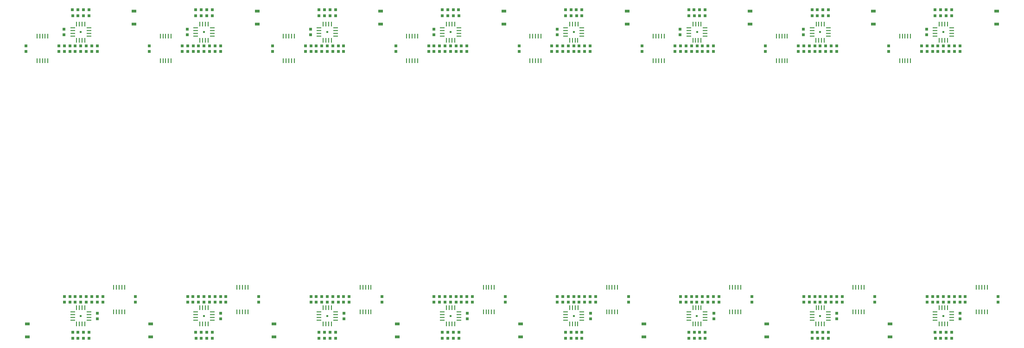
<source format=gbp>
G04 EAGLE Gerber RS-274X export*
G75*
%MOMM*%
%FSLAX34Y34*%
%LPD*%
%INSolderpaste Bottom*%
%IPPOS*%
%AMOC8*
5,1,8,0,0,1.08239X$1,22.5*%
G01*
%ADD10R,0.600000X0.600000*%
%ADD11R,0.250000X0.875000*%
%ADD12R,0.400000X0.400000*%
%ADD13R,0.240000X0.850000*%
%ADD14R,0.850000X0.240000*%
%ADD15R,0.830000X0.630000*%


D10*
X210000Y125000D03*
X210000Y115000D03*
X150000Y125000D03*
X150000Y115000D03*
D11*
X190000Y97375D03*
X185000Y97375D03*
X180000Y97375D03*
X175000Y97375D03*
X170000Y97375D03*
X170000Y142625D03*
X175000Y142625D03*
X180000Y142625D03*
X185000Y142625D03*
X190000Y142625D03*
D10*
X130000Y115000D03*
X130000Y125000D03*
X120000Y125000D03*
X120000Y115000D03*
X110000Y125000D03*
X110000Y115000D03*
X100000Y125000D03*
X100000Y115000D03*
X140000Y115000D03*
X140000Y125000D03*
X80000Y125000D03*
X80000Y115000D03*
X90000Y125000D03*
X90000Y115000D03*
X105100Y49500D03*
X95100Y49500D03*
X125100Y49500D03*
X115100Y49500D03*
X105000Y60000D03*
X95000Y60000D03*
X125000Y60000D03*
X115000Y60000D03*
D12*
X110000Y90000D03*
D13*
X117550Y105000D03*
X112550Y105000D03*
X107550Y105000D03*
X102550Y105000D03*
D14*
X125000Y82450D03*
X125000Y87450D03*
X125000Y92450D03*
X125000Y97450D03*
D13*
X102450Y75000D03*
X107450Y75000D03*
X112450Y75000D03*
X117450Y75000D03*
D14*
X95000Y82450D03*
X95000Y87450D03*
X95000Y92450D03*
X95000Y97450D03*
D10*
X140500Y95000D03*
X140500Y85000D03*
D15*
X12700Y75000D03*
X12700Y52000D03*
D10*
X435069Y125000D03*
X435069Y115000D03*
X375069Y125000D03*
X375069Y115000D03*
D11*
X415069Y97375D03*
X410069Y97375D03*
X405069Y97375D03*
X400069Y97375D03*
X395069Y97375D03*
X395069Y142625D03*
X400069Y142625D03*
X405069Y142625D03*
X410069Y142625D03*
X415069Y142625D03*
D10*
X355069Y115000D03*
X355069Y125000D03*
X345069Y125000D03*
X345069Y115000D03*
X335069Y125000D03*
X335069Y115000D03*
X325069Y125000D03*
X325069Y115000D03*
X365069Y115000D03*
X365069Y125000D03*
X305069Y125000D03*
X305069Y115000D03*
X315069Y125000D03*
X315069Y115000D03*
X330169Y49500D03*
X320169Y49500D03*
X350169Y49500D03*
X340169Y49500D03*
X330069Y60000D03*
X320069Y60000D03*
X350069Y60000D03*
X340069Y60000D03*
D12*
X335069Y90000D03*
D13*
X342619Y105000D03*
X337619Y105000D03*
X332619Y105000D03*
X327619Y105000D03*
D14*
X350069Y82450D03*
X350069Y87450D03*
X350069Y92450D03*
X350069Y97450D03*
D13*
X327519Y75000D03*
X332519Y75000D03*
X337519Y75000D03*
X342519Y75000D03*
D14*
X320069Y82450D03*
X320069Y87450D03*
X320069Y92450D03*
X320069Y97450D03*
D10*
X365569Y95000D03*
X365569Y85000D03*
D15*
X237769Y75000D03*
X237769Y52000D03*
D10*
X660164Y125000D03*
X660164Y115000D03*
X600164Y125000D03*
X600164Y115000D03*
D11*
X640164Y97375D03*
X635164Y97375D03*
X630164Y97375D03*
X625164Y97375D03*
X620164Y97375D03*
X620164Y142625D03*
X625164Y142625D03*
X630164Y142625D03*
X635164Y142625D03*
X640164Y142625D03*
D10*
X580164Y115000D03*
X580164Y125000D03*
X570164Y125000D03*
X570164Y115000D03*
X560164Y125000D03*
X560164Y115000D03*
X550164Y125000D03*
X550164Y115000D03*
X590164Y115000D03*
X590164Y125000D03*
X530164Y125000D03*
X530164Y115000D03*
X540164Y125000D03*
X540164Y115000D03*
X555264Y49500D03*
X545264Y49500D03*
X575264Y49500D03*
X565264Y49500D03*
X555164Y60000D03*
X545164Y60000D03*
X575164Y60000D03*
X565164Y60000D03*
D12*
X560164Y90000D03*
D13*
X567714Y105000D03*
X562714Y105000D03*
X557714Y105000D03*
X552714Y105000D03*
D14*
X575164Y82450D03*
X575164Y87450D03*
X575164Y92450D03*
X575164Y97450D03*
D13*
X552614Y75000D03*
X557614Y75000D03*
X562614Y75000D03*
X567614Y75000D03*
D14*
X545164Y82450D03*
X545164Y87450D03*
X545164Y92450D03*
X545164Y97450D03*
D10*
X590664Y95000D03*
X590664Y85000D03*
D15*
X462864Y75000D03*
X462864Y52000D03*
D10*
X885234Y125000D03*
X885234Y115000D03*
X825234Y125000D03*
X825234Y115000D03*
D11*
X865234Y97375D03*
X860234Y97375D03*
X855234Y97375D03*
X850234Y97375D03*
X845234Y97375D03*
X845234Y142625D03*
X850234Y142625D03*
X855234Y142625D03*
X860234Y142625D03*
X865234Y142625D03*
D10*
X805234Y115000D03*
X805234Y125000D03*
X795234Y125000D03*
X795234Y115000D03*
X785234Y125000D03*
X785234Y115000D03*
X775234Y125000D03*
X775234Y115000D03*
X815234Y115000D03*
X815234Y125000D03*
X755234Y125000D03*
X755234Y115000D03*
X765234Y125000D03*
X765234Y115000D03*
X780334Y49500D03*
X770334Y49500D03*
X800334Y49500D03*
X790334Y49500D03*
X780234Y60000D03*
X770234Y60000D03*
X800234Y60000D03*
X790234Y60000D03*
D12*
X785234Y90000D03*
D13*
X792784Y105000D03*
X787784Y105000D03*
X782784Y105000D03*
X777784Y105000D03*
D14*
X800234Y82450D03*
X800234Y87450D03*
X800234Y92450D03*
X800234Y97450D03*
D13*
X777684Y75000D03*
X782684Y75000D03*
X787684Y75000D03*
X792684Y75000D03*
D14*
X770234Y82450D03*
X770234Y87450D03*
X770234Y92450D03*
X770234Y97450D03*
D10*
X815734Y95000D03*
X815734Y85000D03*
D15*
X687934Y75000D03*
X687934Y52000D03*
D10*
X1110328Y125000D03*
X1110328Y115000D03*
X1050328Y125000D03*
X1050328Y115000D03*
D11*
X1090328Y97375D03*
X1085328Y97375D03*
X1080328Y97375D03*
X1075328Y97375D03*
X1070328Y97375D03*
X1070328Y142625D03*
X1075328Y142625D03*
X1080328Y142625D03*
X1085328Y142625D03*
X1090328Y142625D03*
D10*
X1030328Y115000D03*
X1030328Y125000D03*
X1020328Y125000D03*
X1020328Y115000D03*
X1010328Y125000D03*
X1010328Y115000D03*
X1000328Y125000D03*
X1000328Y115000D03*
X1040328Y115000D03*
X1040328Y125000D03*
X980328Y125000D03*
X980328Y115000D03*
X990328Y125000D03*
X990328Y115000D03*
X1005428Y49500D03*
X995428Y49500D03*
X1025428Y49500D03*
X1015428Y49500D03*
X1005328Y60000D03*
X995328Y60000D03*
X1025328Y60000D03*
X1015328Y60000D03*
D12*
X1010328Y90000D03*
D13*
X1017878Y105000D03*
X1012878Y105000D03*
X1007878Y105000D03*
X1002878Y105000D03*
D14*
X1025328Y82450D03*
X1025328Y87450D03*
X1025328Y92450D03*
X1025328Y97450D03*
D13*
X1002778Y75000D03*
X1007778Y75000D03*
X1012778Y75000D03*
X1017778Y75000D03*
D14*
X995328Y82450D03*
X995328Y87450D03*
X995328Y92450D03*
X995328Y97450D03*
D10*
X1040828Y95000D03*
X1040828Y85000D03*
D15*
X913028Y75000D03*
X913028Y52000D03*
D10*
X1335398Y125000D03*
X1335398Y115000D03*
X1275398Y125000D03*
X1275398Y115000D03*
D11*
X1315398Y97375D03*
X1310398Y97375D03*
X1305398Y97375D03*
X1300398Y97375D03*
X1295398Y97375D03*
X1295398Y142625D03*
X1300398Y142625D03*
X1305398Y142625D03*
X1310398Y142625D03*
X1315398Y142625D03*
D10*
X1255398Y115000D03*
X1255398Y125000D03*
X1245398Y125000D03*
X1245398Y115000D03*
X1235398Y125000D03*
X1235398Y115000D03*
X1225398Y125000D03*
X1225398Y115000D03*
X1265398Y115000D03*
X1265398Y125000D03*
X1205398Y125000D03*
X1205398Y115000D03*
X1215398Y125000D03*
X1215398Y115000D03*
X1230498Y49500D03*
X1220498Y49500D03*
X1250498Y49500D03*
X1240498Y49500D03*
X1230398Y60000D03*
X1220398Y60000D03*
X1250398Y60000D03*
X1240398Y60000D03*
D12*
X1235398Y90000D03*
D13*
X1242948Y105000D03*
X1237948Y105000D03*
X1232948Y105000D03*
X1227948Y105000D03*
D14*
X1250398Y82450D03*
X1250398Y87450D03*
X1250398Y92450D03*
X1250398Y97450D03*
D13*
X1227848Y75000D03*
X1232848Y75000D03*
X1237848Y75000D03*
X1242848Y75000D03*
D14*
X1220398Y82450D03*
X1220398Y87450D03*
X1220398Y92450D03*
X1220398Y97450D03*
D10*
X1265898Y95000D03*
X1265898Y85000D03*
D15*
X1138098Y75000D03*
X1138098Y52000D03*
D10*
X1560493Y125000D03*
X1560493Y115000D03*
X1500493Y125000D03*
X1500493Y115000D03*
D11*
X1540493Y97375D03*
X1535493Y97375D03*
X1530493Y97375D03*
X1525493Y97375D03*
X1520493Y97375D03*
X1520493Y142625D03*
X1525493Y142625D03*
X1530493Y142625D03*
X1535493Y142625D03*
X1540493Y142625D03*
D10*
X1480493Y115000D03*
X1480493Y125000D03*
X1470493Y125000D03*
X1470493Y115000D03*
X1460493Y125000D03*
X1460493Y115000D03*
X1450493Y125000D03*
X1450493Y115000D03*
X1490493Y115000D03*
X1490493Y125000D03*
X1430493Y125000D03*
X1430493Y115000D03*
X1440493Y125000D03*
X1440493Y115000D03*
X1455593Y49500D03*
X1445593Y49500D03*
X1475593Y49500D03*
X1465593Y49500D03*
X1455493Y60000D03*
X1445493Y60000D03*
X1475493Y60000D03*
X1465493Y60000D03*
D12*
X1460493Y90000D03*
D13*
X1468043Y105000D03*
X1463043Y105000D03*
X1458043Y105000D03*
X1453043Y105000D03*
D14*
X1475493Y82450D03*
X1475493Y87450D03*
X1475493Y92450D03*
X1475493Y97450D03*
D13*
X1452943Y75000D03*
X1457943Y75000D03*
X1462943Y75000D03*
X1467943Y75000D03*
D14*
X1445493Y82450D03*
X1445493Y87450D03*
X1445493Y92450D03*
X1445493Y97450D03*
D10*
X1490993Y95000D03*
X1490993Y85000D03*
D15*
X1363193Y75000D03*
X1363193Y52000D03*
D10*
X1785562Y125000D03*
X1785562Y115000D03*
X1725562Y125000D03*
X1725562Y115000D03*
D11*
X1765562Y97375D03*
X1760562Y97375D03*
X1755562Y97375D03*
X1750562Y97375D03*
X1745562Y97375D03*
X1745562Y142625D03*
X1750562Y142625D03*
X1755562Y142625D03*
X1760562Y142625D03*
X1765562Y142625D03*
D10*
X1705562Y115000D03*
X1705562Y125000D03*
X1695562Y125000D03*
X1695562Y115000D03*
X1685562Y125000D03*
X1685562Y115000D03*
X1675562Y125000D03*
X1675562Y115000D03*
X1715562Y115000D03*
X1715562Y125000D03*
X1655562Y125000D03*
X1655562Y115000D03*
X1665562Y125000D03*
X1665562Y115000D03*
X1680662Y49500D03*
X1670662Y49500D03*
X1700662Y49500D03*
X1690662Y49500D03*
X1680562Y60000D03*
X1670562Y60000D03*
X1700562Y60000D03*
X1690562Y60000D03*
D12*
X1685562Y90000D03*
D13*
X1693112Y105000D03*
X1688112Y105000D03*
X1683112Y105000D03*
X1678112Y105000D03*
D14*
X1700562Y82450D03*
X1700562Y87450D03*
X1700562Y92450D03*
X1700562Y97450D03*
D13*
X1678012Y75000D03*
X1683012Y75000D03*
X1688012Y75000D03*
X1693012Y75000D03*
D14*
X1670562Y82450D03*
X1670562Y87450D03*
X1670562Y92450D03*
X1670562Y97450D03*
D10*
X1716062Y95000D03*
X1716062Y85000D03*
D15*
X1588262Y75000D03*
X1588262Y52000D03*
D10*
X9989Y573500D03*
X9989Y583500D03*
X69989Y573500D03*
X69989Y583500D03*
D11*
X29989Y601125D03*
X34989Y601125D03*
X39989Y601125D03*
X44989Y601125D03*
X49989Y601125D03*
X49989Y555875D03*
X44989Y555875D03*
X39989Y555875D03*
X34989Y555875D03*
X29989Y555875D03*
D10*
X89989Y583500D03*
X89989Y573500D03*
X99989Y573500D03*
X99989Y583500D03*
X109989Y573500D03*
X109989Y583500D03*
X119989Y573500D03*
X119989Y583500D03*
X79989Y583500D03*
X79989Y573500D03*
X139989Y573500D03*
X139989Y583500D03*
X129989Y573500D03*
X129989Y583500D03*
X114889Y649000D03*
X124889Y649000D03*
X94889Y649000D03*
X104889Y649000D03*
X114989Y638500D03*
X124989Y638500D03*
X94989Y638500D03*
X104989Y638500D03*
D12*
X109989Y608500D03*
D13*
X102439Y593500D03*
X107439Y593500D03*
X112439Y593500D03*
X117439Y593500D03*
D14*
X94989Y616050D03*
X94989Y611050D03*
X94989Y606050D03*
X94989Y601050D03*
D13*
X117539Y623500D03*
X112539Y623500D03*
X107539Y623500D03*
X102539Y623500D03*
D14*
X124989Y616050D03*
X124989Y611050D03*
X124989Y606050D03*
X124989Y601050D03*
D10*
X79489Y603500D03*
X79489Y613500D03*
D15*
X207289Y623500D03*
X207289Y646500D03*
D10*
X235084Y573500D03*
X235084Y583500D03*
X295084Y573500D03*
X295084Y583500D03*
D11*
X255084Y601125D03*
X260084Y601125D03*
X265084Y601125D03*
X270084Y601125D03*
X275084Y601125D03*
X275084Y555875D03*
X270084Y555875D03*
X265084Y555875D03*
X260084Y555875D03*
X255084Y555875D03*
D10*
X315084Y583500D03*
X315084Y573500D03*
X325084Y573500D03*
X325084Y583500D03*
X335084Y573500D03*
X335084Y583500D03*
X345084Y573500D03*
X345084Y583500D03*
X305084Y583500D03*
X305084Y573500D03*
X365084Y573500D03*
X365084Y583500D03*
X355084Y573500D03*
X355084Y583500D03*
X339984Y649000D03*
X349984Y649000D03*
X319984Y649000D03*
X329984Y649000D03*
X340084Y638500D03*
X350084Y638500D03*
X320084Y638500D03*
X330084Y638500D03*
D12*
X335084Y608500D03*
D13*
X327534Y593500D03*
X332534Y593500D03*
X337534Y593500D03*
X342534Y593500D03*
D14*
X320084Y616050D03*
X320084Y611050D03*
X320084Y606050D03*
X320084Y601050D03*
D13*
X342634Y623500D03*
X337634Y623500D03*
X332634Y623500D03*
X327634Y623500D03*
D14*
X350084Y616050D03*
X350084Y611050D03*
X350084Y606050D03*
X350084Y601050D03*
D10*
X304584Y603500D03*
X304584Y613500D03*
D15*
X432384Y623500D03*
X432384Y646500D03*
D10*
X460154Y573500D03*
X460154Y583500D03*
X520154Y573500D03*
X520154Y583500D03*
D11*
X480154Y601125D03*
X485154Y601125D03*
X490154Y601125D03*
X495154Y601125D03*
X500154Y601125D03*
X500154Y555875D03*
X495154Y555875D03*
X490154Y555875D03*
X485154Y555875D03*
X480154Y555875D03*
D10*
X540154Y583500D03*
X540154Y573500D03*
X550154Y573500D03*
X550154Y583500D03*
X560154Y573500D03*
X560154Y583500D03*
X570154Y573500D03*
X570154Y583500D03*
X530154Y583500D03*
X530154Y573500D03*
X590154Y573500D03*
X590154Y583500D03*
X580154Y573500D03*
X580154Y583500D03*
X565054Y649000D03*
X575054Y649000D03*
X545054Y649000D03*
X555054Y649000D03*
X565154Y638500D03*
X575154Y638500D03*
X545154Y638500D03*
X555154Y638500D03*
D12*
X560154Y608500D03*
D13*
X552604Y593500D03*
X557604Y593500D03*
X562604Y593500D03*
X567604Y593500D03*
D14*
X545154Y616050D03*
X545154Y611050D03*
X545154Y606050D03*
X545154Y601050D03*
D13*
X567704Y623500D03*
X562704Y623500D03*
X557704Y623500D03*
X552704Y623500D03*
D14*
X575154Y616050D03*
X575154Y611050D03*
X575154Y606050D03*
X575154Y601050D03*
D10*
X529654Y603500D03*
X529654Y613500D03*
D15*
X657454Y623500D03*
X657454Y646500D03*
D10*
X685248Y573500D03*
X685248Y583500D03*
X745248Y573500D03*
X745248Y583500D03*
D11*
X705248Y601125D03*
X710248Y601125D03*
X715248Y601125D03*
X720248Y601125D03*
X725248Y601125D03*
X725248Y555875D03*
X720248Y555875D03*
X715248Y555875D03*
X710248Y555875D03*
X705248Y555875D03*
D10*
X765248Y583500D03*
X765248Y573500D03*
X775248Y573500D03*
X775248Y583500D03*
X785248Y573500D03*
X785248Y583500D03*
X795248Y573500D03*
X795248Y583500D03*
X755248Y583500D03*
X755248Y573500D03*
X815248Y573500D03*
X815248Y583500D03*
X805248Y573500D03*
X805248Y583500D03*
X790148Y649000D03*
X800148Y649000D03*
X770148Y649000D03*
X780148Y649000D03*
X790248Y638500D03*
X800248Y638500D03*
X770248Y638500D03*
X780248Y638500D03*
D12*
X785248Y608500D03*
D13*
X777698Y593500D03*
X782698Y593500D03*
X787698Y593500D03*
X792698Y593500D03*
D14*
X770248Y616050D03*
X770248Y611050D03*
X770248Y606050D03*
X770248Y601050D03*
D13*
X792798Y623500D03*
X787798Y623500D03*
X782798Y623500D03*
X777798Y623500D03*
D14*
X800248Y616050D03*
X800248Y611050D03*
X800248Y606050D03*
X800248Y601050D03*
D10*
X754748Y603500D03*
X754748Y613500D03*
D15*
X882548Y623500D03*
X882548Y646500D03*
D10*
X910318Y573500D03*
X910318Y583500D03*
X970318Y573500D03*
X970318Y583500D03*
D11*
X930318Y601125D03*
X935318Y601125D03*
X940318Y601125D03*
X945318Y601125D03*
X950318Y601125D03*
X950318Y555875D03*
X945318Y555875D03*
X940318Y555875D03*
X935318Y555875D03*
X930318Y555875D03*
D10*
X990318Y583500D03*
X990318Y573500D03*
X1000318Y573500D03*
X1000318Y583500D03*
X1010318Y573500D03*
X1010318Y583500D03*
X1020318Y573500D03*
X1020318Y583500D03*
X980318Y583500D03*
X980318Y573500D03*
X1040318Y573500D03*
X1040318Y583500D03*
X1030318Y573500D03*
X1030318Y583500D03*
X1015218Y649000D03*
X1025218Y649000D03*
X995218Y649000D03*
X1005218Y649000D03*
X1015318Y638500D03*
X1025318Y638500D03*
X995318Y638500D03*
X1005318Y638500D03*
D12*
X1010318Y608500D03*
D13*
X1002768Y593500D03*
X1007768Y593500D03*
X1012768Y593500D03*
X1017768Y593500D03*
D14*
X995318Y616050D03*
X995318Y611050D03*
X995318Y606050D03*
X995318Y601050D03*
D13*
X1017868Y623500D03*
X1012868Y623500D03*
X1007868Y623500D03*
X1002868Y623500D03*
D14*
X1025318Y616050D03*
X1025318Y611050D03*
X1025318Y606050D03*
X1025318Y601050D03*
D10*
X979818Y603500D03*
X979818Y613500D03*
D15*
X1107618Y623500D03*
X1107618Y646500D03*
D10*
X1135413Y573500D03*
X1135413Y583500D03*
X1195413Y573500D03*
X1195413Y583500D03*
D11*
X1155413Y601125D03*
X1160413Y601125D03*
X1165413Y601125D03*
X1170413Y601125D03*
X1175413Y601125D03*
X1175413Y555875D03*
X1170413Y555875D03*
X1165413Y555875D03*
X1160413Y555875D03*
X1155413Y555875D03*
D10*
X1215413Y583500D03*
X1215413Y573500D03*
X1225413Y573500D03*
X1225413Y583500D03*
X1235413Y573500D03*
X1235413Y583500D03*
X1245413Y573500D03*
X1245413Y583500D03*
X1205413Y583500D03*
X1205413Y573500D03*
X1265413Y573500D03*
X1265413Y583500D03*
X1255413Y573500D03*
X1255413Y583500D03*
X1240313Y649000D03*
X1250313Y649000D03*
X1220313Y649000D03*
X1230313Y649000D03*
X1240413Y638500D03*
X1250413Y638500D03*
X1220413Y638500D03*
X1230413Y638500D03*
D12*
X1235413Y608500D03*
D13*
X1227863Y593500D03*
X1232863Y593500D03*
X1237863Y593500D03*
X1242863Y593500D03*
D14*
X1220413Y616050D03*
X1220413Y611050D03*
X1220413Y606050D03*
X1220413Y601050D03*
D13*
X1242963Y623500D03*
X1237963Y623500D03*
X1232963Y623500D03*
X1227963Y623500D03*
D14*
X1250413Y616050D03*
X1250413Y611050D03*
X1250413Y606050D03*
X1250413Y601050D03*
D10*
X1204913Y603500D03*
X1204913Y613500D03*
D15*
X1332713Y623500D03*
X1332713Y646500D03*
D10*
X1360482Y573500D03*
X1360482Y583500D03*
X1420482Y573500D03*
X1420482Y583500D03*
D11*
X1380482Y601125D03*
X1385482Y601125D03*
X1390482Y601125D03*
X1395482Y601125D03*
X1400482Y601125D03*
X1400482Y555875D03*
X1395482Y555875D03*
X1390482Y555875D03*
X1385482Y555875D03*
X1380482Y555875D03*
D10*
X1440482Y583500D03*
X1440482Y573500D03*
X1450482Y573500D03*
X1450482Y583500D03*
X1460482Y573500D03*
X1460482Y583500D03*
X1470482Y573500D03*
X1470482Y583500D03*
X1430482Y583500D03*
X1430482Y573500D03*
X1490482Y573500D03*
X1490482Y583500D03*
X1480482Y573500D03*
X1480482Y583500D03*
X1465382Y649000D03*
X1475382Y649000D03*
X1445382Y649000D03*
X1455382Y649000D03*
X1465482Y638500D03*
X1475482Y638500D03*
X1445482Y638500D03*
X1455482Y638500D03*
D12*
X1460482Y608500D03*
D13*
X1452932Y593500D03*
X1457932Y593500D03*
X1462932Y593500D03*
X1467932Y593500D03*
D14*
X1445482Y616050D03*
X1445482Y611050D03*
X1445482Y606050D03*
X1445482Y601050D03*
D13*
X1468032Y623500D03*
X1463032Y623500D03*
X1458032Y623500D03*
X1453032Y623500D03*
D14*
X1475482Y616050D03*
X1475482Y611050D03*
X1475482Y606050D03*
X1475482Y601050D03*
D10*
X1429982Y603500D03*
X1429982Y613500D03*
D15*
X1557782Y623500D03*
X1557782Y646500D03*
D10*
X1585551Y573500D03*
X1585551Y583500D03*
X1645551Y573500D03*
X1645551Y583500D03*
D11*
X1605551Y601125D03*
X1610551Y601125D03*
X1615551Y601125D03*
X1620551Y601125D03*
X1625551Y601125D03*
X1625551Y555875D03*
X1620551Y555875D03*
X1615551Y555875D03*
X1610551Y555875D03*
X1605551Y555875D03*
D10*
X1665551Y583500D03*
X1665551Y573500D03*
X1675551Y573500D03*
X1675551Y583500D03*
X1685551Y573500D03*
X1685551Y583500D03*
X1695551Y573500D03*
X1695551Y583500D03*
X1655551Y583500D03*
X1655551Y573500D03*
X1715551Y573500D03*
X1715551Y583500D03*
X1705551Y573500D03*
X1705551Y583500D03*
X1690451Y649000D03*
X1700451Y649000D03*
X1670451Y649000D03*
X1680451Y649000D03*
X1690551Y638500D03*
X1700551Y638500D03*
X1670551Y638500D03*
X1680551Y638500D03*
D12*
X1685551Y608500D03*
D13*
X1678001Y593500D03*
X1683001Y593500D03*
X1688001Y593500D03*
X1693001Y593500D03*
D14*
X1670551Y616050D03*
X1670551Y611050D03*
X1670551Y606050D03*
X1670551Y601050D03*
D13*
X1693101Y623500D03*
X1688101Y623500D03*
X1683101Y623500D03*
X1678101Y623500D03*
D14*
X1700551Y616050D03*
X1700551Y611050D03*
X1700551Y606050D03*
X1700551Y601050D03*
D10*
X1655051Y603500D03*
X1655051Y613500D03*
D15*
X1782851Y623500D03*
X1782851Y646500D03*
M02*

</source>
